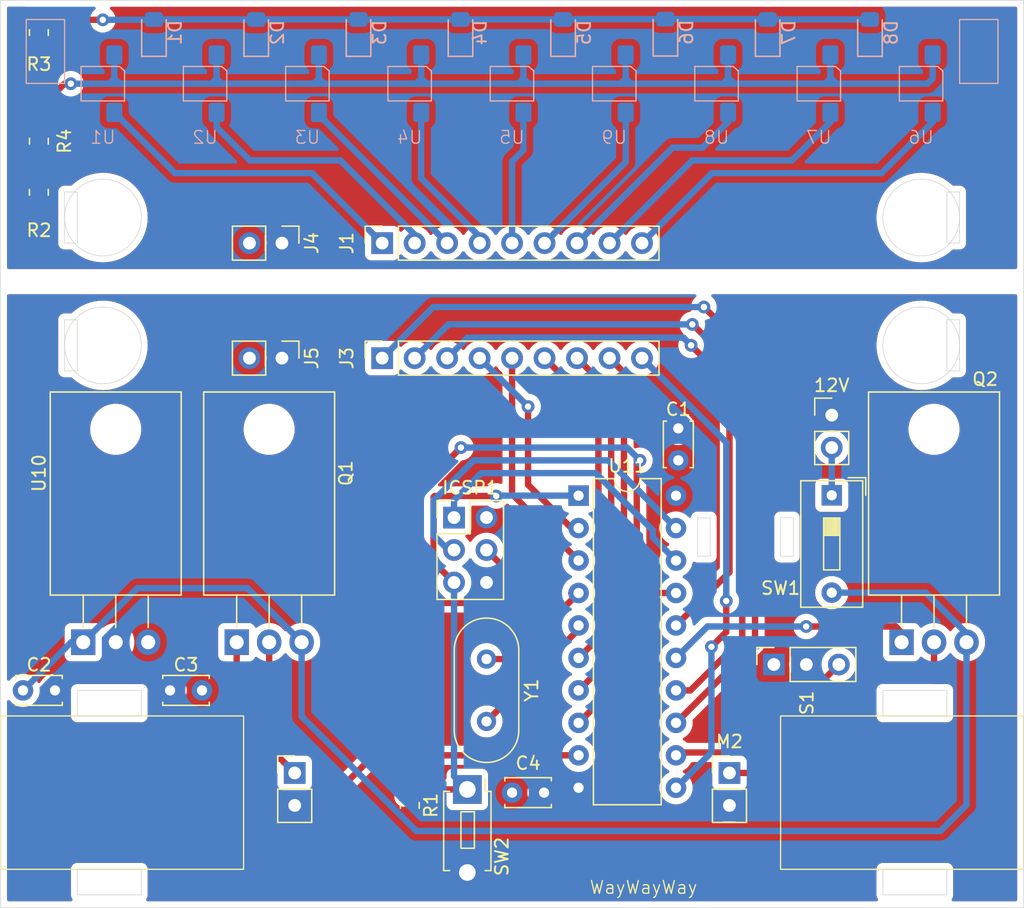
<source format=kicad_pcb>
(kicad_pcb (version 20240108) (generator "pcbnew") (generator_version "8.0")
  (title_block (title "Limefollower") (date "2025-07-26") (rev "4.1"))
  (layers (0 "F.Cu" power) (31 "B.Cu" power) (34 "B.Paste" user) (35 "F.Paste" user) (36 "B.SilkS" user "B.Silkscreen") (37 "F.SilkS" user "F.Silkscreen") (38 "B.Mask" user) (39 "F.Mask" user) (44 "Edge.Cuts" user))
  (net 0 "")
  (net 1 "+5V")
  (net 2 "GND")
  (net 3 "+12V")
  (net 4 "Net-(M1-+)")
  (net 5 "Net-(M2-+)")
  (net 6 "Net-(ICSP1-MOSI)")
  (net 7 "Net-(ICSP1-SCK)")
  (net 8 "Net-(ICSP1-~{RST})")
  (net 9 "Net-(ICSP1-MISO)")
  (net 10 "Net-(J2-Pin_2)")
  (net 11 "Net-(U1-A)")
  (net 12 "Net-(D1-A)")
  (net 13 "Net-(S1-Pin_3)")
  (net 14 "Net-(J1-Pin_6)")
  (net 15 "Net-(J1-Pin_1)")
  (net 16 "Net-(J1-Pin_7)")
  (net 17 "Net-(J1-Pin_2)")
  (net 18 "Net-(J1-Pin_5)")
  (net 19 "Net-(J1-Pin_8)")
  (net 20 "Net-(J1-Pin_3)")
  (net 21 "Net-(J1-Pin_9)")
  (net 22 "Net-(J1-Pin_4)")
  (net 23 "Net-(J3-Pin_6)")
  (net 24 "Net-(J3-Pin_3)")
  (net 25 "Net-(J3-Pin_5)")
  (net 26 "Net-(J3-Pin_4)")
  (net 27 "Net-(J3-Pin_2)")
  (net 28 "Net-(J3-Pin_7)")
  (net 29 "Net-(J3-Pin_8)")
  (net 30 "Net-(J3-Pin_9)")
  (net 31 "Net-(J3-Pin_1)")
  (net 32 "Net-(Q1-G)")
  (net 33 "Net-(Q2-G)")
  (net 34 "Net-(U11-PA1{slash}XTAL2)")
  (net 35 "Net-(U11-PA0{slash}XTAL1)")
  (net 36 "Net-(R2-Pad2)")
  (net 37 "Net-(J4-Pin_2)")
  (net 38 "Net-(D1-K)")
  (footprint "Resistor_SMD:R_0805_2012Metric_Pad1.20x1.40mm_HandSolder" (layer "F.Cu") (at 87.99 71.525 90)
    (property "Reference" "R3")
    (property "Value" "100")
  )
  (footprint "Resistor_SMD:R_0805_2012Metric_Pad1.20x1.40mm_HandSolder" (layer "F.Cu") (at 87.99 80.025 90)
    (property "Reference" "R4")
    (property "Value" "22")
  )
  (footprint "Connector_PinSocket_2.54mm:PinSocket_1x09_P2.54mm_Vertical" (layer "F.Cu") (at 114.84 97 90)
    (property "Reference" "J3")
    (property "Value" "Conn_01x09_Pin" (hide yes))
  )
  (footprint "Connector_PinHeader_2.54mm:PinHeader_1x02_P2.54mm_Vertical" (layer "F.Cu") (at 107 88 -90)
    (property "Reference" "J4")
    (property "Value" "Conn_01x02_Pin" (hide yes))
  )
  (footprint "Capacitor_THT:C_Disc_D3.4mm_W2.1mm_P2.50mm" (layer "F.Cu") (at 125 131)
    (property "Reference" "C4")
    (property "Value" "33 nF")
  )
  (footprint "Crystal:Crystal_HC49-U_Vertical" (layer "F.Cu") (at 123 120.55 -90)
    (property "Reference" "Y1")
    (property "Value" "Crystal")
  )
  (footprint "Connector_PinHeader_2.54mm:PinHeader_1x02_P2.54mm_Vertical" (layer "F.Cu") (at 150 101.46)
    (property "Reference" "12V")
    (property "Value" "Conn_01x02_Pin" (hide yes))
  )
  (footprint "Capacitor_THT:C_Disc_D3.4mm_W2.1mm_P2.50mm" (layer "F.Cu") (at 89.25 123 180)
    (property "Reference" "C2")
    (property "Value" "0.33 µF")
  )
  (footprint "Connector_PinHeader_2.54mm:PinHeader_1x02_P2.54mm_Vertical" (layer "F.Cu") (at 108 129.46)
    (property "Reference" "M1" (hide yes))
    (property "Value" "Motor_DC")
  )
  (footprint "Connector_PinHeader_2.54mm:PinHeader_1x02_P2.54mm_Vertical" (layer "F.Cu") (at 107 97 -90)
    (property "Reference" "J5")
    (property "Value" "Conn_01x02_Pin" (hide yes))
  )
  (footprint "Button_Switch_THT:SW_PUSH_1P1T_6x3.5mm_H4.3_APEM_MJTP1243" (layer "F.Cu") (at 121.5 130.75 -90)
    (property "Reference" "SW2")
    (property "Value" "SW_DIP_x01" (hide yes))
  )
  (footprint "Package_TO_SOT_THT:TO-220-3_Horizontal_TabDown" (layer "F.Cu") (at 103.46 119.23)
    (property "Reference" "Q1")
    (property "Value" "AO3400A")
  )
  (footprint "Button_Switch_THT:SW_DIP_SPSTx01_Slide_9.78x4.72mm_W7.62mm_P2.54mm" (layer "F.Cu") (at 150 107.7325 -90)
    (property "Reference" "SW1")
    (property "Value" "SW_SPST" (hide yes))
  )
  (footprint "Capacitor_THT:C_Disc_D3.4mm_W2.1mm_P2.50mm" (layer "F.Cu") (at 100.75 123 180)
    (property "Reference" "C3")
    (property "Value" "0.1 µF")
  )
  (footprint "Package_TO_SOT_THT:TO-220-3_Horizontal_TabDown" (layer "F.Cu") (at 155.46 119.23)
    (property "Reference" "Q2")
    (property "Value" "AO3400A")
  )
  (footprint "Package_TO_SOT_THT:TO-220-3_Horizontal_TabDown" (layer "F.Cu") (at 91.46 119.23)
    (property "Reference" "U10")
    (property "Value" "LM7805_TO220" (hide yes))
  )
  (footprint "Package_DIP:DIP-20_W7.62mm" (layer "F.Cu") (at 130.2 107.76)
    (property "Reference" "U11")
    (property "Value" "ATtiny2313A-P")
  )
  (footprint "Connector_PinHeader_2.54mm:PinHeader_2x03_P2.54mm_Vertical" (layer "F.Cu") (at 120.46 109.475)
    (property "Reference" "ICSP1")
    (property "Value" "AVR-ISP-6")
  )
  (footprint "Connector_PinHeader_2.54mm:PinHeader_1x02_P2.54mm_Vertical" (layer "F.Cu") (at 142 129.46)
    (property "Reference" "M2")
    (property "Value" "Motor_DC")
  )
  (footprint "Resistor_SMD:R_0805_2012Metric_Pad1.20x1.40mm_HandSolder" (layer "F.Cu") (at 117 132 -90)
    (property "Reference" "R1")
    (property "Value" "10k")
  )
  (footprint "Resistor_SMD:R_0805_2012Metric_Pad1.20x1.40mm_HandSolder" (layer "F.Cu") (at 87.99 84.025 90)
    (property "Reference" "R2")
    (property "Value" "47")
  )
  (footprint "Connector_PinSocket_2.54mm:PinSocket_1x09_P2.54mm_Vertical" (layer "F.Cu") (at 114.84 88 90)
    (property "Reference" "J1")
    (property "Value" "Conn_01x09_Pin" (hide yes))
  )
  (footprint "Capacitor_THT:C_Disc_D3.4mm_W2.1mm_P2.50mm" (layer "F.Cu") (at 138 105 90)
    (property "Reference" "C1")
    (property "Value" "33 nF")
  )
  (footprint "Connector_PinSocket_2.54mm:PinSocket_1x03_P2.54mm_Vertical" (layer "F.Cu") (at 145.475 120.975 90)
    (property "Reference" "S1")
    (property "Value" "Remote")
  )
  (footprint "LED_SMD:LED_0805_2012Metric_Pad1.15x1.40mm_HandSolder" (layer "B.Cu") (at 128.99 71.525 90)
    (property "Reference" "D5")
    (property "Value" "LED")
  )
  (footprint "Cokolwiek:KTIR0711S" (layer "B.Cu") (at 156.99 75.525 180)
    (property "Reference" "U6")
    (property "Value" "KTIR0711S" (hide yes))
  )
  (footprint "LED_SMD:LED_0805_2012Metric_Pad1.15x1.40mm_HandSolder" (layer "B.Cu") (at 136.99 71.5 90)
    (property "Reference" "D6")
    (property "Value" "LED")
  )
  (footprint "LED_SMD:LED_0805_2012Metric_Pad1.15x1.40mm_HandSolder" (layer "B.Cu") (at 152.99 71.525 90)
    (property "Reference" "D8")
    (property "Value" "LED")
  )
  (footprint "LED_SMD:LED_0805_2012Metric_Pad1.15x1.40mm_HandSolder" (layer "B.Cu") (at 96.99 71.525 90)
    (property "Reference" "D1")
    (property "Value" "LED")
  )
  (footprint "LED_SMD:LED_0805_2012Metric_Pad1.15x1.40mm_HandSolder" (layer "B.Cu") (at 104.99 71.525 90)
    (property "Reference" "D2")
    (property "Value" "LED")
  )
  (footprint "Cokolwiek:KTIR0711S" (layer "B.Cu") (at 148.99 75.525 180)
    (property "Reference" "U7")
    (property "Value" "KTIR0711S" (hide yes))
  )
  (footprint "LED_SMD:LED_0805_2012Metric_Pad1.15x1.40mm_HandSolder" (layer "B.Cu") (at 112.99 71.525 90)
    (property "Reference" "D3")
    (property "Value" "LED")
  )
  (footprint "Cokolwiek:KTIR0711S" (layer "B.Cu") (at 132.99 75.525 180)
    (property "Reference" "U9")
    (property "Value" "KTIR0711S" (hide yes))
  )
  (footprint "LED_SMD:LED_0805_2012Metric_Pad1.15x1.40mm_HandSolder" (layer "B.Cu") (at 120.965 71.525 90)
    (property "Reference" "D4")
    (property "Value" "LED")
  )
  (footprint "Cokolwiek:KTIR0711S" (layer "B.Cu") (at 92.99 75.525 180)
    (property "Reference" "U1")
    (property "Value" "KTIR0711S" (hide yes))
  )
  (footprint "Cokolwiek:KTIR0711S" (layer "B.Cu") (at 140.99 75.525 180)
    (property "Reference" "U8")
    (property "Value" "KTIR0711S" (hide yes))
  )
  (footprint "LED_SMD:LED_0805_2012Metric_Pad1.15x1.40mm_HandSolder" (layer "B.Cu") (at 144.99 71.525 90)
    (property "Reference" "D7")
    (property "Value" "LED")
  )
  (footprint "Cokolwiek:KTIR0711S" (layer "B.Cu") (at 100.99 75.525 180)
    (property "Reference" "U2")
    (property "Value" "KTIR0711S" (hide yes))
  )
  (footprint "Cokolwiek:KTIR0711S" (layer "B.Cu") (at 124.99 75.525 180)
    (property "Reference" "U5")
    (property "Value" "KTIR0711S" (hide yes))
  )
  (footprint "Cokolwiek:KTIR0711S" (layer "B.Cu") (at 108.99 75.525 180)
    (property "Reference" "U3")
    (property "Value" "KTIR0711S" (hide yes))
  )
  (footprint "Cokolwiek:KTIR0711S" (layer "B.Cu") (at 116.99 75.525 180)
    (property "Reference" "U4")
    (property "Value" "KTIR0711S" (hide yes))
  )
  (gr_rect (start 87 70.5) (end 90 75.5) (stroke (width 0.1)) (fill none) (layer "B.SilkS"))
  (gr_rect (start 160 70.5) (end 163 75.5) (stroke (width 0.1)) (fill none) (layer "B.SilkS"))
  (gr_rect (start 146 125) (end 165 137) (stroke (width 0.1)) (fill none) (layer "F.SilkS"))
  (gr_rect (start 85 125) (end 104 137) (stroke (width 0.1)) (fill none) (layer "F.SilkS"))
  (gr_line (start 165 125) (end 165 137) (stroke (width 0.1)) (layer "F.SilkS"))
  (gr_line (start 85 137) (end 85 125) (stroke (width 0.1)) (layer "F.SilkS"))
  (gr_rect (start 159 94) (end 160 98) (stroke (width 0.05)) (fill none) (layer "Edge.Cuts"))
  (gr_rect (start 154 123) (end 159 125) (stroke (width 0.05)) (fill none) (layer "Edge.Cuts"))
  (gr_poly (pts (xy 85 92) (xy 85 90) (xy 85 90) (xy 85 69) (xy 165 69) (xy 165 90) (xy 165 90) (xy 165 92) (xy 165 92) (xy 165 140) (xy 85 140) (xy 85 92)) (stroke (width 0.05)) (fill none) (layer "Edge.Cuts"))
  (gr_rect (start 90 94) (end 91 98) (stroke (width 0.05)) (fill none) (layer "Edge.Cuts"))
  (gr_circle (center 157 86) (end 160 86) (stroke (width 0.05)) (fill none) (layer "Edge.Cuts"))
  (gr_poly (pts (xy 91 125) (xy 91 123) (xy 96 123) (xy 96 125)) (stroke (width 0.05)) (fill none) (layer "Edge.Cuts"))
  (gr_rect (start 159 84) (end 160 88) (stroke (width 0.05)) (fill none) (layer "Edge.Cuts"))
  (gr_rect (start 90 84) (end 91 88) (stroke (width 0.05)) (fill none) (layer "Edge.Cuts"))
  (gr_rect (start 139.5 109.5) (end 140.5 112.5) (stroke (width 0.05)) (fill none) (layer "Edge.Cuts"))
  (gr_rect (start 154 137) (end 159 139) (stroke (width 0.05)) (fill none) (layer "Edge.Cuts"))
  (gr_circle (center 157 96) (end 160 96) (stroke (width 0.05)) (fill none) (layer "Edge.Cuts"))
  (gr_poly (pts (xy 91 139) (xy 91 137) (xy 96 137) (xy 96 139)) (stroke (width 0.05)) (fill none) (layer "Edge.Cuts"))
  (gr_rect (start 146 109.5) (end 147 112.5) (stroke (width 0.05)) (fill none) (layer "Edge.Cuts"))
  (gr_circle (center 93 96) (end 96 96) (stroke (width 0.05)) (fill none) (layer "Edge.Cuts"))
  (gr_circle (center 93 86) (end 96 86) (stroke (width 0.05)) (fill none) (layer "Edge.Cuts"))
  (gr_text "WayWayWay" (at 131 139 0) (layer "F.SilkS") (effects (font (size 1 1) (thickness 0.1)) (justify left bottom)))
  (segment (start 100.75 123) (end 96.98 119.23) (width 0.5) (layer "F.Cu") (net 1))
  (segment (start 96.98 119.23) (end 96.54 119.23) (width 0.5) (layer "F.Cu") (net 1))
  (segment (start 96.54 118.79) (end 96.54 118.73) (width 0.5) (layer "B.Cu") (net 1))
  (segment (start 94 121.365) (end 94 119.23) (width 0.5) (layer "B.Cu") (net 2))
  (segment (start 97.23 121.98) (end 98.25 123) (width 0.5) (layer "B.Cu") (net 2))
  (segment (start 89.25 123) (end 90.27 121.98) (width 0.5) (layer "B.Cu") (net 2))
  (segment (start 94.615 121.98) (end 94 121.365) (width 0.5) (layer "B.Cu") (net 2))
  (segment (start 97.23 121.98) (end 95 121.98) (width 0.5) (layer "B.Cu") (net 2))
  (segment (start 94 121.365) (end 94 121.98) (width 0.5) (layer "B.Cu") (net 2))
  (segment (start 95 121.98) (end 93.385 121.98) (width 0.5) (layer "B.Cu") (net 2))
  (segment (start 90.27 121.98) (end 93.385 121.98) (width 0.5) (layer "B.Cu") (net 2))
  (segment (start 93.385 121.98) (end 94 121.365) (width 0.5) (layer "B.Cu") (net 2))
  (segment (start 95 121.98) (end 94.615 121.98) (width 0.5) (layer "B.Cu") (net 2))
  (segment (start 108.54 119.23) (end 104.31 115) (width 0.5) (layer "B.Cu") (net 3))
  (segment (start 108.54 119.23) (end 108.54 125.04) (width 0.5) (layer "B.Cu") (net 3))
  (segment (start 157.3525 115.3525) (end 150 115.3525) (width 0.5) (layer "B.Cu") (net 3))
  (segment (start 117.5 134) (end 158.5 134) (width 0.5) (layer "B.Cu") (net 3))
  (segment (start 104.31 115) (end 95.69 115) (width 0.5) (layer "B.Cu") (net 3))
  (segment (start 91.02 118.73) (end 91.46 118.73) (width 0.5) (layer "B.Cu") (net 3))
  (segment (start 160.54 118.54) (end 157.3525 115.3525) (width 0.5) (layer "B.Cu") (net 3))
  (segment (start 158.5 134) (end 160.54 131.96) (width 0.5) (layer "B.Cu") (net 3))
  (segment (start 108.54 125.04) (end 117.5 134) (width 0.5) (layer "B.Cu") (net 3))
  (segment (start 90.52 119.23) (end 86.75 123) (width 0.5) (layer "B.Cu") (net 3))
  (segment (start 95.69 115) (end 91.46 119.23) (width 0.5) (layer "B.Cu") (net 3))
  (segment (start 109.005 118.73) (end 108.54 118.73) (width 0.5) (layer "B.Cu") (net 3))
  (segment (start 160.54 131.96) (end 160.54 118.54) (width 0.5) (layer "B.Cu") (net 3))
  (segment (start 91.46 119.23) (end 90.52 119.23) (width 0.5) (layer "B.Cu") (net 3))
  (segment (start 106 118.73) (end 106 127.46) (width 0.5) (layer "F.Cu") (net 4))
  (segment (start 106 127.46) (end 108 129.46) (width 0.5) (layer "F.Cu") (net 4))
  (segment (start 157 122) (end 158 121) (width 0.5) (layer "F.Cu") (net 5))
  (segment (start 153 122) (end 157 122) (width 0.5) (layer "F.Cu") (net 5))
  (segment (start 158 121) (end 158 119.23) (width 0.5) (layer "F.Cu") (net 5))
  (segment (start 142 129.46) (end 145.54 129.46) (width 0.5) (layer "F.Cu") (net 5))
  (segment (start 145.54 129.46) (end 153 122) (width 0.5) (layer "F.Cu") (net 5))
  (segment (start 124.6 115.217742) (end 124.6 113.615) (width 0.5) (layer "F.Cu") (net 6))
  (segment (start 123.662742 116.155) (end 124.6 115.217742) (width 0.5) (layer "F.Cu") (net 6))
  (segment (start 136.38 115.38) (end 137.82 115.38) (width 0.5) (layer "F.Cu") (net 6))
  (segment (start 117.86 114.217742) (end 119.797258 116.155) (width 0.5) (layer "F.Cu") (net 6))
  (segment (start 135.000002 105) (end 134.750002 105.25) (width 0.5) (layer "F.Cu") (net 6))
  (segment (start 124.6 113.615) (end 123 112.015) (width 0.5) (layer "F.Cu") (net 6))
  (segment (start 121 104) (end 117.86 107.14) (width 0.5) (layer "F.Cu") (net 6))
  (segment (start 119.797258 116.155) (end 123.662742 116.155) (width 0.5) (layer "F.Cu") (net 6))
  (segment (start 134.750002 105.25) (end 134.750002 113.750002) (width 0.5) (layer "F.Cu") (net 6))
  (segment (start 117.86 107.14) (end 117.86 114.217742) (width 0.5) (layer "F.Cu") (net 6))
  (segment (start 134.750002 113.750002) (end 136.38 115.38) (width 0.5) (layer "F.Cu") (net 6))
  (via (at 121 104) (size 1) (drill 0.5) (layers "F.Cu" "B.Cu") (net 6))
  (via (at 135.000002 105) (size 1) (drill 0.5) (layers "F.Cu" "B.Cu") (net 6))
  (segment (start 121.000002 103.999998) (end 121 104) (width 0.5) (layer "B.Cu") (net 6))
  (segment (start 134 103.999998) (end 135.000002 105) (width 0.5) (layer "B.Cu") (net 6))
  (segment (start 134 103.999998) (end 121.000002 103.999998) (width 0.5) (layer "B.Cu") (net 6))
  (segment (start 120.015 112.015) (end 120.46 112.015) (width 0.5) (layer "B.Cu") (net 7))
  (segment (start 132.519999 104.999999) (end 122.000001 104.999999) (width 0.5) (layer "B.Cu") (net 7))
  (segment (start 118.86 108.14) (end 118.86 110.86) (width 0.5) (layer "B.Cu") (net 7))
  (segment (start 137.82 110.3) (end 132.519999 104.999999) (width 0.5) (layer "B.Cu") (net 7))
  (segment (start 122.000001 104.999999) (end 118.86 108.14) (width 0.5) (layer "B.Cu") (net 7))
  (segment (start 118.86 110.86) (end 120.015 112.015) (width 0.5) (layer "B.Cu") (net 7))
  (segment (start 123.758763 107.78776) (end 118.94724 107.78776) (width 0.5) (layer "F.Cu") (net 8))
  (segment (start 117.25 130.75) (end 117 131) (width 0.5) (layer "F.Cu") (net 8))
  (segment (start 121.67 130.58) (end 121.5 130.75) (width 0.5) (layer "F.Cu") (net 8))
  (segment (start 121.5 130.75) (end 117.25 130.75) (width 0.5) (layer "F.Cu") (net 8))
  (segment (start 118.86 112.955) (end 120.46 114.555) (width 0.5) (layer "F.Cu") (net 8))
  (segment (start 118.94724 107.78776) (end 118.86 107.875) (width 0.5) (layer "F.Cu") (net 8))
  (segment (start 118.86 107.875) (end 118.86 112.955) (width 0.5) (layer "F.Cu") (net 8))
  (via (at 123.758763 107.78776) (size 1) (drill 0.5) (layers "F.Cu" "B.Cu") (net 8))
  (segment (start 121.5 130.75) (end 120.46 129.71) (width 0.5) (layer "B.Cu") (net 8))
  (segment (start 123.786523 107.76) (end 123.758763 107.78776) (width 0.5) (layer "B.Cu") (net 8))
  (segment (start 120.46 129.71) (end 120.46 114.555) (width 0.5) (layer "B.Cu") (net 8))
  (segment (start 130.2 107.76) (end 123.786523 107.76) (width 0.5) (layer "B.Cu") (net 8))
  (segment (start 120.46 109.96) (end 120.54 109.96) (width 0.2) (layer "F.Cu") (net 9))
  (segment (start 136 110.46) (end 136 111.02) (width 0.5) (layer "B.Cu") (net 9))
  (segment (start 120.46 108.125) (end 122.585 106) (width 0.5) (layer "B.Cu") (net 9))
  (segment (start 120.46 109.475) (end 120.46 108.125) (width 0.5) (layer "B.Cu") (net 9))
  (segment (start 131.54 106) (end 136 110.46) (width 0.5) (layer "B.Cu") (net 9))
  (segment (start 122.585 106) (end 131.54 106) (width 0.5) (layer "B.Cu") (net 9))
  (segment (start 136 111.02) (end 137.82 112.84) (width 0.5) (layer "B.Cu") (net 9))
  (segment (start 150 107.7325) (end 150 104) (width 0.5) (layer "B.Cu") (net 10))
  (segment (start 89.99 75.525) (end 87.99 77.525) (width 0.5) (layer "F.Cu") (net 11))
  (segment (start 87.99 79.025) (end 87.99 77.525) (width 0.5) (layer "F.Cu") (net 11))
  (via (at 90.49 75.525) (size 1) (drill 0.5) (layers "F.Cu" "B.Cu") (net 11))
  (segment (start 126.49 75.525) (end 126.29 75.525) (width 0.5) (layer "B.Cu") (net 11))
  (segment (start 150.49 75.525) (end 157.49 75.525) (width 0.5) (layer "B.Cu") (net 11))
  (segment (start 118.49 75.525) (end 118.29 75.525) (width 0.5) (layer "B.Cu") (net 11))
  (segment (start 109.89 73.275) (end 109.89 75.125) (width 0.5) (layer "B.Cu") (net 11))
  (segment (start 126.49 75.525) (end 133.49 75.525) (width 0.5) (layer "B.Cu") (net 11))
  (segment (start 93.49 75.525) (end 90.49 75.525) (width 0.5) (layer "B.Cu") (net 11))
  (segment (start 141.49 75.525) (end 142.49 75.525) (width 0.5) (layer "B.Cu") (net 11))
  (segment (start 133.49 75.525) (end 133.89 75.125) (width 0.5) (layer "B.Cu") (net 11))
  (segment (start 149.89 75.025) (end 149.89 73.275) (width 0.5) (layer "B.Cu") (net 11))
  (segment (start 101.89 75.125) (end 101.89 73.275) (width 0.5) (layer "B.Cu") (net 11))
  (segment (start 109.49 75.525) (end 102.49 75.525) (width 0.5) (layer "B.Cu") (net 11))
  (segment (start 101.89 75.425) (end 101.99 75.525) (width 0.5) (layer "B.Cu") (net 11))
  (segment (start 141.49 75.525) (end 141.89 75.125) (width 0.5) (layer "B.Cu") (net 11))
  (segment (start 149.49 75.525) (end 150.49 75.525) (width 0.5) (layer "B.Cu") (net 11))
  (segment (start 142.39 75.525) (end 141.89 75.025) (width 0.5) (layer "B.Cu") (net 11))
  (segment (start 125.89 75.125) (end 125.89 74.925) (width 0.5) (layer "B.Cu") (net 11))
  (segment (start 133.89 75.425) (end 133.99 75.525) (width 0.5) (layer "B.Cu") (net 11))
  (segment (start 102.49 75.525) (end 102.29 75.525) (width 0.5) (layer "B.Cu") (net 11))
  (segment (start 125.49 75.525) (end 126.49 75.525) (width 0.5) (layer "B.Cu") (net 11))
  (segment (start 142.49 75.525) (end 149.49 75.525) (width 0.5) (layer "B.Cu") (net 11))
  (segment (start 93.89 75.125) (end 93.89 73.275) (width 0.5) (layer "B.Cu") (net 11))
  (segment (start 101.49 75.525) (end 101.99 75.525) (width 0.5) (layer "B.Cu") (net 11))
  (segment (start 94.29 75.525) (end 93.89 75.125) (width 0.5) (layer "B.Cu") (net 11))
  (segment (start 157.49 75.525) (end 157.89 75.125) (width 0.5) (layer "B.Cu") (net 11))
  (segment (start 134.29 75.525) (end 133.89 75.125) (width 0.5) (layer "B.Cu") (net 11))
  (segment (start 116.99 75.525) (end 117.49 75.525) (width 0.5) (layer "B.Cu") (net 11))
  (segment (start 93.49 75.525) (end 93.89 75.125) (width 0.5) (layer "B.Cu") (net 11))
  (segment (start 149.49 75.525) (end 149.89 75.125) (width 0.5) (layer "B.Cu") (net 11))
  (segment (start 125.49 75.525) (end 125.89 75.125) (width 0.5) (layer "B.Cu") (net 11))
  (segment (start 133.49 75.525) (end 133.99 75.525) (width 0.5) (layer "B.Cu") (net 11))
  (segment (start 133.99 75.525) (end 134.49 75.525) (width 0.5) (layer "B.Cu") (net 11))
  (segment (start 94.49 75.525) (end 94.29 75.525) (width 0.5) (layer "B.Cu") (net 11))
  (segment (start 150.39 75.525) (end 149.89 75.025) (width 0.5) (layer "B.Cu") (net 11))
  (segment (start 109.89 75.125) (end 110.29 75.525) (width 0.5) (layer "B.Cu") (net 11))
  (segment (start 118.29 75.525) (end 117.89 75.125) (width 0.5) (layer "B.Cu") (net 11))
  (segment (start 109.89 75.125) (end 109.49 75.525) (width 0.5) (layer "B.Cu") (net 11))
  (segment (start 109.49 75.525) (end 110.29 75.525) (width 0.5) (layer "B.Cu") (net 11))
  (segment (start 142.49 75.525) (end 142.39 75.525) (width 0.5) (layer "B.Cu") (net 11))
  (segment (start 150.49 75.525) (end 150.39 75.525) (width 0.5) (layer "B.Cu") (net 11))
  (segment (start 110.29 75.525) (end 116.99 75.525) (width 0.5) (layer "B.Cu") (net 11))
  (segment (start 149.89 75.125) (end 149.89 75.025) (width 0.5) (layer "B.Cu") (net 11))
  (segment (start 93.49 75.525) (end 94.49 75.525) (width 0.5) (layer "B.Cu") (net 11))
  (segment (start 102.29 75.525) (end 101.89 75.125) (width 0.5) (layer "B.Cu") (net 11))
  (segment (start 94.49 75.525) (end 101.49 75.525) (width 0.5) (layer "B.Cu") (net 11))
  (segment (start 133.89 75.125) (end 133.89 75.425) (width 0.5) (layer "B.Cu") (net 11))
  (segment (start 101.99 75.525) (end 102.49 75.525) (width 0.5) (layer "B.Cu") (net 11))
  (segment (start 141.89 75.125) (end 141.89 75.025) (width 0.5) (layer "B.Cu") (net 11))
  (segment (start 133.89 75.125) (end 133.89 73.275) (width 0.5) (layer "B.Cu") (net 11))
  (segment (start 157.89 75.125) (end 157.89 73.275) (width 0.5) (layer "B.Cu") (net 11))
  (segment (start 134.49 75.525) (end 134.29 75.525) (width 0.5) (layer "B.Cu") (net 11))
  (segment (start 118.49 75.525) (end 116.99 75.525) (width 0.5) (layer "B.Cu") (net 11))
  (segment (start 117.89 75.125) (end 117.89 73.275) (width 0.5) (layer "B.Cu") (net 11))
  (segment (start 101.49 75.525) (end 101.89 75.125) (width 0.5) (layer "B.Cu") (net 11))
  (segment (start 141.89 75.025) (end 141.89 73.275) (width 0.5) (layer "B.Cu") (net 11))
  (segment (start 125.89 74.925) (end 125.89 73.275) (width 0.5) (layer "B.Cu") (net 11))
  (segment (start 101.89 75.125) (end 101.89 75.425) (width 0.5) (layer "B.Cu") (net 11))
  (segment (start 126.29 75.525) (end 125.89 75.125) (width 0.5) (layer "B.Cu") (net 11))
  (segment (start 117.49 75.525) (end 117.89 75.125) (width 0.5) (layer "B.Cu") (net 11))
  (segment (start 118.49 75.525) (end 125.49 75.525) (width 0.5) (layer "B.Cu") (net 11))
  (segment (start 134.49 75.525) (end 141.49 75.525) (width 0.5) (layer "B.Cu") (net 11))
  (segment (start 92.99 70.525) (end 87.99 70.525) (width 0.5) (layer "F.Cu") (net 12))
  (via (at 92.99 70.525) (size 1) (drill 0.5) (layers "F.Cu" "B.Cu") (net 12))
  (segment (start 112.99 70.5) (end 120.965 70.5) (width 0.5) (layer "B.Cu") (net 12))
  (segment (start 144.99 70.5) (end 152.99 70.5) (width 0.5) (layer "B.Cu") (net 12))
  (segment (start 136.99 70.475) (end 144.965 70.475) (width 0.5) (layer "B.Cu") (net 12))
  (segment (start 96.99 70.5) (end 104.99 70.5) (width 0.5) (layer "B.Cu") (net 12))
  (segment (start 120.965 70.5) (end 128.99 70.5) (width 0.5) (layer "B.Cu") (net 12))
  (segment (start 129.99 70.475) (end 136.99 70.475) (width 0.5) (layer "B.Cu") (net 12))
  (segment (start 92.99 70.525) (end 96.965 70.525) (width 0.5) (layer "B.Cu") (net 12))
  (segment (start 128.99 70.5) (end 129.965 70.5) (width 0.5) (layer "B.Cu") (net 12))
  (segment (start 104.99 70.5) (end 112.99 70.5) (width 0.5) (layer "B.Cu") (net 12))
  (segment (start 96.965 70.525) (end 96.99 70.5) (width 0.5) (layer "B.Cu") (net 12))
  (segment (start 129.965 70.5) (end 129.99 70.475) (width 0.5) (layer "B.Cu") (net 12))
  (segment (start 144.965 70.475) (end 144.99 70.5) (width 0.5) (layer "B.Cu") (net 12))
  (segment (start 150.555 120.975) (end 143.67 127.86) (width 0.5) (layer "F.Cu") (net 13))
  (segment (start 143.67 127.86) (end 138.04 127.86) (width 0.5) (layer "F.Cu") (net 13))
  (segment (start 138.04 127.86) (end 137.82 128.08) (width 0.5) (layer "F.Cu") (net 13))
  (segment (start 133.89 77.775) (end 133.89 81.65) (width 0.5) (layer "B.Cu") (net 14))
  (segment (start 133.89 81.65) (end 127.54 88) (width 0.5) (layer "B.Cu") (net 14))
  (segment (start 109.365 82.525) (end 114.84 88) (width 0.5) (layer "B.Cu") (net 15))
  (segment (start 93.89 77.775) (end 98.64 82.525) (width 0.5) (layer "B.Cu") (net 15))
  (segment (start 98.64 82.525) (end 109.365 82.525) (width 0.5) (layer "B.Cu") (net 15))
  (segment (start 141.89 78.525) (end 141.89 77.775) (width 0.5) (layer "B.Cu") (net 16))
  (segment (start 139.89 80.525) (end 137.555 80.525) (width 0.5) (layer "B.Cu") (net 16))
  (segment (start 137.555 80.525) (end 130.08 88) (width 0.5) (layer "B.Cu") (net 16))
  (segment (start 139.89 80.525) (end 141.89 78.525) (width 0.5) (layer "B.Cu") (net 16))
  (segment (start 104.49 81.525) (end 101.89 78.925) (width 0.5) (layer "B.Cu") (net 17))
  (segment (start 117.38 87.34) (end 111.565 81.525) (width 0.5) (layer "B.Cu") (net 17))
  (segment (start 101.89 78.925) (end 101.89 77.775) (width 0.5) (layer "B.Cu") (net 17))
  (segment (start 117.38 88) (end 117.38 87.34) (width 0.5) (layer "B.Cu") (net 17))
  (segment (start 111.565 81.525) (end 104.49 81.525) (width 0.5) (layer "B.Cu") (net 17))
  (segment (start 125.89 80.713886) (end 125 81.603886) (width 0.5) (layer "B.Cu") (net 18))
  (segment (start 125.89 77.775) (end 125.89 80.713886) (width 0.5) (layer "B.Cu") (net 18))
  (segment (start 125 81.603886) (end 125 88) (width 0.5) (layer "B.Cu") (net 18))
  (segment (start 149.89 78.525) (end 149.89 77.775) (width 0.5) (layer "B.Cu") (net 19))
  (segment (start 146.89 81.525) (end 149.89 78.525) (width 0.5) (layer "B.Cu") (net 19))
  (segment (start 146.89 81.525) (end 139.095 81.525) (width 0.5) (layer "B.Cu") (net 19))
  (segment (start 139.095 81.525) (end 132.62 88) (width 0.5) (layer "B.Cu") (net 19))
  (segment (start 119.92 88) (end 109.89 77.97) (width 0.5) (layer "B.Cu") (net 20))
  (segment (start 109.89 77.97) (end 109.89 77.775) (width 0.5) (layer "B.Cu") (net 20))
  (segment (start 153.89 82.525) (end 140.635 82.525) (width 0.5) (layer "B.Cu") (net 21))
  (segment (start 153.89 82.525) (end 157.89 78.525) (width 0.5) (layer "B.Cu") (net 21))
  (segment (start 157.89 78.525) (end 157.89 77.775) (width 0.5) (layer "B.Cu") (net 21))
  (segment (start 140.635 82.525) (end 135.16 88) (width 0.5) (layer "B.Cu") (net 21))
  (segment (start 117.89 77.775) (end 117.89 82.925) (width 0.5) (layer "B.Cu") (net 22))
  (segment (start 117.89 82.925) (end 122.46 87.495) (width 0.5) (layer "B.Cu") (net 22))
  (segment (start 122.46 87.495) (end 122.46 88) (width 0.5) (layer "B.Cu") (net 22))
  (segment (start 131.75 118.91) (end 131.75 101.21) (width 0.5) (layer "F.Cu") (net 23))
  (segment (start 130.2 120.46) (end 131.75 118.91) (width 0.5) (layer "F.Cu") (net 23))
  (segment (start 131.75 101.21) (end 127.54 97) (width 0.5) (layer "F.Cu") (net 23))
  (segment (start 137.82 117.92) (end 142 113.74) (width 0.5) (layer "F.Cu") (net 24))
  (segment (start 142 99) (end 139 96) (width 0.5) (layer "F.Cu") (net 24))
  (segment (start 142 113.74) (end 142 99) (width 0.5) (layer "F.Cu") (net 24))
  (via (at 139 96) (size 1) (drill 0.5) (layers "F.Cu" "B.Cu") (net 24))
  (segment (start 121.52 95.4) (end 119.92 97) (width 0.5) (layer "B.Cu") (net 24))
  (segment (start 138.4 95.4) (end 121.52 95.4) (width 0.5) (layer "B.Cu") (net 24))
  (segment (start 139 96) (end 138.4 95.4) (width 0.5) (layer "B.Cu") (net 24))
  (segment (start 125 107.64) (end 125 97) (width 0.5) (layer "F.Cu") (net 25))
  (segment (start 130.2 112.84) (end 125 107.64) (width 0.5) (layer "F.Cu") (net 25))
  (segment (start 129.64 110.3) (end 130.2 110.3) (width 0.5) (layer "F.Cu") (net 26))
  (segment (start 126.25 100.79) (end 126.25 106.91) (width 0.5) (layer "F.Cu") (net 26))
  (segment (start 126.25 106.91) (end 129.64 110.3) (width 0.5) (layer "F.Cu") (net 26))
  (via (at 126.25 100.79) (size 1) (drill 0.5) (layers "F.Cu" "B.Cu") (net 26))
  (segment (start 126.25 100.79) (end 122.46 97) (width 0.5) (layer "B.Cu") (net 26))
  (segment (start 137.82 123) (end 138.945786 123) (width 0.5) (layer "F.Cu") (net 27))
  (segment (start 143 118.945786) (end 143 98.232233) (width 0.5) (layer "F.Cu") (net 27))
  (segment (start 143 98.232233) (end 139.127702 94.359935) (width 0.5) (layer "F.Cu") (net 27))
  (segment (start 139.127702 94.359935) (end 139.093374 94.359935) (width 0.5) (layer "F.Cu") (net 27))
  (segment (start 138.945786 123) (end 143 118.945786) (width 0.5) (layer "F.Cu") (net 27))
  (via (at 139.093374 94.359935) (size 1) (drill 0.5) (layers "F.Cu" "B.Cu") (net 27))
  (segment (start 120.020065 94.359935) (end 117.38 97) (width 0.5) (layer "B.Cu") (net 27))
  (segment (start 139.093374 94.359935) (end 120.020065 94.359935) (width 0.5) (layer "B.Cu") (net 27))
  (segment (start 132.750001 99.670001) (end 130.08 97) (width 0.5) (layer "F.Cu") (net 28))
  (segment (start 130.2 123) (end 132.750001 120.449999) (width 0.5) (layer "F.Cu") (net 28))
  (segment (start 132.750001 120.449999) (end 132.750001 99.670001) (width 0.5) (layer "F.Cu") (net 28))
  (segment (start 133.750002 121.989998) (end 133.750002 98.130002) (width 0.5) (layer "F.Cu") (net 29))
  (segment (start 133.750002 98.130002) (end 132.62 97) (width 0.5) (layer "F.Cu") (net 29))
  (segment (start 130.2 125.54) (end 133.750002 121.989998) (width 0.5) (layer "F.Cu") (net 29))
  (segment (start 135.16 97) (end 134.750002 97.409998) (width 0.5) (layer "F.Cu") (net 30))
  (segment (start 141.75 118.428018) (end 140.589009 119.589009) (width 0.5) (layer "F.Cu") (net 30))
  (segment (start 141.75 116) (end 141.75 118.428018) (width 0.5) (layer "F.Cu") (net 30))
  (via (at 141.75 116) (size 1) (drill 0.5) (layers "F.Cu" "B.Cu") (net 30))
  (via (at 140.589009 119.589009) (size 1) (drill 0.5) (layers "F.Cu" "B.Cu") (net 30))
  (segment (start 141.75 103.59) (end 141.75 116) (width 0.5) (layer "B.Cu") (net 30))
  (segment (start 140.589009 119.589009) (end 140.589009 127.850991) (width 0.5) (layer "B.Cu") (net 30))
  (segment (start 140.22 128.22) (end 137.82 130.62) (width 0.5) (layer "B.Cu") (net 30))
  (segment (start 140.589009 127.850991) (end 140.22 128.22) (width 0.5) (layer "B.Cu") (net 30))
  (segment (start 135.16 97) (end 141.75 103.59) (width 0.5) (layer "B.Cu") (net 30))
  (segment (start 144 97) (end 140 93) (width 0.5) (layer "F.Cu") (net 31))
  (segment (start 137.82 125.54) (end 144 119.36) (width 0.5) (layer "F.Cu") (net 31))
  (segment (start 144 119.36) (end 144 97) (width 0.5) (layer "F.Cu") (net 31))
  (via (at 140 93) (size 1) (drill 0.5) (layers "F.Cu" "B.Cu") (net 31))
  (segment (start 118.84 93) (end 114.84 97) (width 0.5) (layer "B.Cu") (net 31))
  (segment (start 140 93) (end 118.84 93) (width 0.5) (layer "B.Cu") (net 31))
  (segment (start 106.6 133.6) (end 103.46 130.46) (width 0.5) (layer "F.Cu") (net 32))
  (segment (start 130.2 128.08) (end 114.182742 128.08) (width 0.5) (layer "F.Cu") (net 32))
  (segment (start 108.662742 133.6) (end 106.6 133.6) (width 0.5) (layer "F.Cu") (net 32))
  (segment (start 103.46 130.46) (end 103.46 118.73) (width 0.5) (layer "F.Cu") (net 32))
  (segment (start 114.182742 128.08) (end 108.662742 133.6) (width 0.5) (layer "F.Cu") (net 32))
  (segment (start 148 118) (end 155 118) (width 0.5) (layer "F.Cu") (net 33))
  (segment (start 155.46 118.46) (end 155.46 119.23) (width 0.5) (layer "F.Cu") (net 33))
  (segment (start 155 118) (end 155.46 118.46) (width 0.5) (layer "F.Cu") (net 33))
  (via (at 148 118) (size 1) (drill 0.5) (layers "F.Cu" "B.Cu") (net 33))
  (segment (start 140.28 118) (end 148 118) (width 0.5) (layer "B.Cu") (net 33))
  (segment (start 137.82 120.46) (end 140.28 118) (width 0.5) (layer "B.Cu") (net 33))
  (segment (start 125.03 120.55) (end 130.2 115.38) (width 0.5) (layer "F.Cu") (net 34))
  (segment (start 129.62 115.38) (end 130.2 115.38) (width 0.5) (layer "F.Cu") (net 34))
  (segment (start 125.03 120.55) (end 123 120.55) (width 0.5) (layer "F.Cu") (net 34))
  (segment (start 130.07 115.38) (end 130.2 115.38) (width 0.5) (layer "F.Cu") (net 34))
  (segment (start 130.38 117.88) (end 130.5 118) (width 0.2) (layer "F.Cu") (net 35))
  (segment (start 123 125.43) (end 130.2 118.23) (width 0.5) (layer "F.Cu") (net 35))
  (segment (start 130.2 118.23) (end 130.2 117.92) (width 0.5) (layer "F.Cu") (net 35))
  (segment (start 87.99 83.025) (end 87.99 81.025) (width 0.5) (layer "F.Cu") (net 36))
  (zone (net 1) (net_name "+5V") (layer "F.Cu") (priority 2) (connect_pads yes (clearance 0.5)) (min_thickness 0.25) (fill yes (thermal_gap 0.5) (thermal_bridge_width 0.5))
    (polygon (pts (xy 85 140) (xy 85 92) (xy 165 92) (xy 165 140)))
  )
  (zone (net 37) (net_name "Net-(J4-Pin_2)") (layer "F.Cu") (priority 3) (connect_pads yes (clearance 0.5)) (min_thickness 0.25) (fill yes (thermal_gap 0.5) (thermal_bridge_width 0.5))
    (polygon (pts (xy 84.99 90.025) (xy 84.99 69.025) (xy 164.99 69.025) (xy 164.99 90.025)))
  )
  (zone (net 2) (net_name "GND") (layer "B.Cu") (priority 1) (connect_pads yes (clearance 0.5)) (min_thickness 0.25) (fill yes (thermal_gap 0.5) (thermal_bridge_width 0.5))
    (polygon (pts (xy 85 140) (xy 85 92) (xy 165 92) (xy 165 140)))
  )
  (zone (net 38) (net_name "Net-(D1-K)") (layer "B.Cu") (connect_pads yes (clearance 0.5)) (min_thickness 0.25) (fill yes (thermal_gap 0.5) (thermal_bridge_width 0.5))
    (polygon (pts (xy 85 90.025) (xy 85 69.025) (xy 165 69.025) (xy 165 90.025)))
  )
)
</source>
